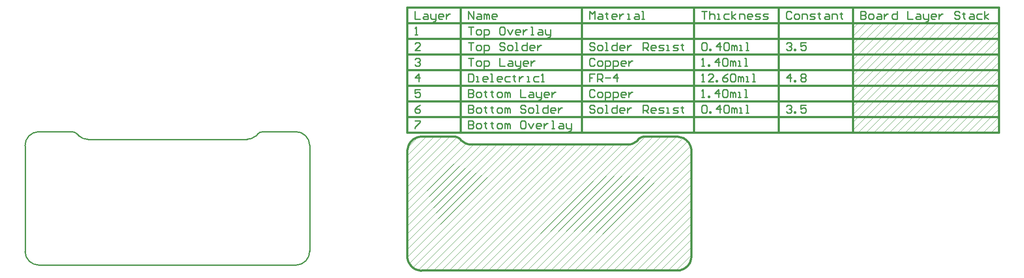
<source format=gko>
G04 Layer_Color=16711935*
%FSAX25Y25*%
%MOIN*%
G70*
G01*
G75*
%ADD35C,0.01000*%
%ADD53C,0.01500*%
%ADD54C,0.00100*%
D35*
X0203800Y0335000D02*
G03*
X0193400Y0324100I0000250J-0010650D01*
G01*
Y0243000D02*
G03*
X0204300Y0232600I0010650J0000250D01*
G01*
X0411800Y0324600D02*
G03*
X0400900Y0335000I-0010650J-0000250D01*
G01*
X0401400Y0232600D02*
G03*
X0411800Y0243500I-0000250J0010650D01*
G01*
X0234957Y0331653D02*
G03*
X0241504Y0329152I0006443J0007047D01*
G01*
X0233666Y0332970D02*
G03*
X0229123Y0335000I-0004543J-0004068D01*
G01*
X0376104D02*
G03*
X0371561Y0332970I0000000J-0006098D01*
G01*
X0363723Y0329152D02*
G03*
X0370270Y0331653I0000104J0009548D01*
G01*
X0193400Y0242800D02*
Y0324200D01*
X0204100Y0232600D02*
X0401500D01*
X0411800Y0243200D02*
Y0324700D01*
X0376000Y0335000D02*
X0400900D01*
X0203900D02*
X0229123D01*
X0233800Y0332800D02*
X0234900Y0331700D01*
X0233666Y0332970D02*
X0233805Y0332815D01*
X0371422D02*
X0371561Y0332970D01*
X0370327Y0331700D02*
X0371427Y0332800D01*
X0241400Y0329100D02*
X0363700D01*
X0492606Y0427239D02*
Y0421241D01*
X0496605D01*
X0499604Y0425239D02*
X0501603D01*
X0502603Y0424240D01*
Y0421241D01*
X0499604D01*
X0498604Y0422240D01*
X0499604Y0423240D01*
X0502603D01*
X0504602Y0425239D02*
Y0422240D01*
X0505602Y0421241D01*
X0508601D01*
Y0420241D01*
X0507601Y0419241D01*
X0506602D01*
X0508601Y0421241D02*
Y0425239D01*
X0513599Y0421241D02*
X0511600D01*
X0510600Y0422240D01*
Y0424240D01*
X0511600Y0425239D01*
X0513599D01*
X0514599Y0424240D01*
Y0423240D01*
X0510600D01*
X0516599Y0425239D02*
Y0421241D01*
Y0423240D01*
X0517598Y0424240D01*
X0518598Y0425239D01*
X0519597D01*
X0492606Y0343239D02*
X0496605D01*
Y0342239D01*
X0492606Y0338240D01*
Y0337241D01*
X0496605Y0355239D02*
X0494606Y0354239D01*
X0492606Y0352240D01*
Y0350240D01*
X0493606Y0349241D01*
X0495605D01*
X0496605Y0350240D01*
Y0351240D01*
X0495605Y0352240D01*
X0492606D01*
X0496605Y0367239D02*
X0492606D01*
Y0364240D01*
X0494606Y0365239D01*
X0495605D01*
X0496605Y0364240D01*
Y0362240D01*
X0495605Y0361241D01*
X0493606D01*
X0492606Y0362240D01*
X0495605Y0373241D02*
Y0379239D01*
X0492606Y0376240D01*
X0496605D01*
X0492606Y0390239D02*
X0493606Y0391239D01*
X0495605D01*
X0496605Y0390239D01*
Y0389239D01*
X0495605Y0388240D01*
X0494606D01*
X0495605D01*
X0496605Y0387240D01*
Y0386240D01*
X0495605Y0385241D01*
X0493606D01*
X0492606Y0386240D01*
X0496605Y0397241D02*
X0492606D01*
X0496605Y0401239D01*
Y0402239D01*
X0495605Y0403239D01*
X0493606D01*
X0492606Y0402239D01*
Y0409241D02*
X0494606D01*
X0493606D01*
Y0415239D01*
X0492606Y0414239D01*
X0533598Y0421241D02*
Y0427239D01*
X0537596Y0421241D01*
Y0427239D01*
X0540595Y0425239D02*
X0542595D01*
X0543594Y0424240D01*
Y0421241D01*
X0540595D01*
X0539596Y0422240D01*
X0540595Y0423240D01*
X0543594D01*
X0545594Y0421241D02*
Y0425239D01*
X0546593D01*
X0547593Y0424240D01*
Y0421241D01*
Y0424240D01*
X0548593Y0425239D01*
X0549592Y0424240D01*
Y0421241D01*
X0554591D02*
X0552591D01*
X0551592Y0422240D01*
Y0424240D01*
X0552591Y0425239D01*
X0554591D01*
X0555590Y0424240D01*
Y0423240D01*
X0551592D01*
X0533598Y0343239D02*
Y0337241D01*
X0536597D01*
X0537596Y0338240D01*
Y0339240D01*
X0536597Y0340240D01*
X0533598D01*
X0536597D01*
X0537596Y0341239D01*
Y0342239D01*
X0536597Y0343239D01*
X0533598D01*
X0540595Y0337241D02*
X0542595D01*
X0543594Y0338240D01*
Y0340240D01*
X0542595Y0341239D01*
X0540595D01*
X0539596Y0340240D01*
Y0338240D01*
X0540595Y0337241D01*
X0546593Y0342239D02*
Y0341239D01*
X0545594D01*
X0547593D01*
X0546593D01*
Y0338240D01*
X0547593Y0337241D01*
X0551592Y0342239D02*
Y0341239D01*
X0550592D01*
X0552591D01*
X0551592D01*
Y0338240D01*
X0552591Y0337241D01*
X0556590D02*
X0558589D01*
X0559589Y0338240D01*
Y0340240D01*
X0558589Y0341239D01*
X0556590D01*
X0555590Y0340240D01*
Y0338240D01*
X0556590Y0337241D01*
X0561588D02*
Y0341239D01*
X0562588D01*
X0563588Y0340240D01*
Y0337241D01*
Y0340240D01*
X0564587Y0341239D01*
X0565587Y0340240D01*
Y0337241D01*
X0576584Y0343239D02*
X0574584D01*
X0573585Y0342239D01*
Y0338240D01*
X0574584Y0337241D01*
X0576584D01*
X0577583Y0338240D01*
Y0342239D01*
X0576584Y0343239D01*
X0579583Y0341239D02*
X0581582Y0337241D01*
X0583581Y0341239D01*
X0588580Y0337241D02*
X0586580D01*
X0585581Y0338240D01*
Y0340240D01*
X0586580Y0341239D01*
X0588580D01*
X0589579Y0340240D01*
Y0339240D01*
X0585581D01*
X0591579Y0341239D02*
Y0337241D01*
Y0339240D01*
X0592578Y0340240D01*
X0593578Y0341239D01*
X0594578D01*
X0597577Y0337241D02*
X0599576D01*
X0598576D01*
Y0343239D01*
X0597577D01*
X0603575Y0341239D02*
X0605574D01*
X0606574Y0340240D01*
Y0337241D01*
X0603575D01*
X0602575Y0338240D01*
X0603575Y0339240D01*
X0606574D01*
X0608573Y0341239D02*
Y0338240D01*
X0609573Y0337241D01*
X0612572D01*
Y0336241D01*
X0611572Y0335241D01*
X0610573D01*
X0612572Y0337241D02*
Y0341239D01*
X0533598Y0355239D02*
Y0349241D01*
X0536597D01*
X0537596Y0350240D01*
Y0351240D01*
X0536597Y0352240D01*
X0533598D01*
X0536597D01*
X0537596Y0353239D01*
Y0354239D01*
X0536597Y0355239D01*
X0533598D01*
X0540595Y0349241D02*
X0542595D01*
X0543594Y0350240D01*
Y0352240D01*
X0542595Y0353239D01*
X0540595D01*
X0539596Y0352240D01*
Y0350240D01*
X0540595Y0349241D01*
X0546593Y0354239D02*
Y0353239D01*
X0545594D01*
X0547593D01*
X0546593D01*
Y0350240D01*
X0547593Y0349241D01*
X0551592Y0354239D02*
Y0353239D01*
X0550592D01*
X0552591D01*
X0551592D01*
Y0350240D01*
X0552591Y0349241D01*
X0556590D02*
X0558589D01*
X0559589Y0350240D01*
Y0352240D01*
X0558589Y0353239D01*
X0556590D01*
X0555590Y0352240D01*
Y0350240D01*
X0556590Y0349241D01*
X0561588D02*
Y0353239D01*
X0562588D01*
X0563588Y0352240D01*
Y0349241D01*
Y0352240D01*
X0564587Y0353239D01*
X0565587Y0352240D01*
Y0349241D01*
X0577583Y0354239D02*
X0576584Y0355239D01*
X0574584D01*
X0573585Y0354239D01*
Y0353239D01*
X0574584Y0352240D01*
X0576584D01*
X0577583Y0351240D01*
Y0350240D01*
X0576584Y0349241D01*
X0574584D01*
X0573585Y0350240D01*
X0580582Y0349241D02*
X0582582D01*
X0583581Y0350240D01*
Y0352240D01*
X0582582Y0353239D01*
X0580582D01*
X0579583Y0352240D01*
Y0350240D01*
X0580582Y0349241D01*
X0585581D02*
X0587580D01*
X0586580D01*
Y0355239D01*
X0585581D01*
X0594578D02*
Y0349241D01*
X0591579D01*
X0590579Y0350240D01*
Y0352240D01*
X0591579Y0353239D01*
X0594578D01*
X0599576Y0349241D02*
X0597577D01*
X0596577Y0350240D01*
Y0352240D01*
X0597577Y0353239D01*
X0599576D01*
X0600576Y0352240D01*
Y0351240D01*
X0596577D01*
X0602575Y0353239D02*
Y0349241D01*
Y0351240D01*
X0603575Y0352240D01*
X0604575Y0353239D01*
X0605574D01*
X0533598Y0367239D02*
Y0361241D01*
X0536597D01*
X0537596Y0362240D01*
Y0363240D01*
X0536597Y0364240D01*
X0533598D01*
X0536597D01*
X0537596Y0365239D01*
Y0366239D01*
X0536597Y0367239D01*
X0533598D01*
X0540595Y0361241D02*
X0542595D01*
X0543594Y0362240D01*
Y0364240D01*
X0542595Y0365239D01*
X0540595D01*
X0539596Y0364240D01*
Y0362240D01*
X0540595Y0361241D01*
X0546593Y0366239D02*
Y0365239D01*
X0545594D01*
X0547593D01*
X0546593D01*
Y0362240D01*
X0547593Y0361241D01*
X0551592Y0366239D02*
Y0365239D01*
X0550592D01*
X0552591D01*
X0551592D01*
Y0362240D01*
X0552591Y0361241D01*
X0556590D02*
X0558589D01*
X0559589Y0362240D01*
Y0364240D01*
X0558589Y0365239D01*
X0556590D01*
X0555590Y0364240D01*
Y0362240D01*
X0556590Y0361241D01*
X0561588D02*
Y0365239D01*
X0562588D01*
X0563588Y0364240D01*
Y0361241D01*
Y0364240D01*
X0564587Y0365239D01*
X0565587Y0364240D01*
Y0361241D01*
X0573585Y0367239D02*
Y0361241D01*
X0577583D01*
X0580582Y0365239D02*
X0582582D01*
X0583581Y0364240D01*
Y0361241D01*
X0580582D01*
X0579583Y0362240D01*
X0580582Y0363240D01*
X0583581D01*
X0585581Y0365239D02*
Y0362240D01*
X0586580Y0361241D01*
X0589579D01*
Y0360241D01*
X0588580Y0359241D01*
X0587580D01*
X0589579Y0361241D02*
Y0365239D01*
X0594578Y0361241D02*
X0592578D01*
X0591579Y0362240D01*
Y0364240D01*
X0592578Y0365239D01*
X0594578D01*
X0595577Y0364240D01*
Y0363240D01*
X0591579D01*
X0597577Y0365239D02*
Y0361241D01*
Y0363240D01*
X0598576Y0364240D01*
X0599576Y0365239D01*
X0600576D01*
X0533598Y0379239D02*
Y0373241D01*
X0536597D01*
X0537596Y0374240D01*
Y0378239D01*
X0536597Y0379239D01*
X0533598D01*
X0539596Y0373241D02*
X0541595D01*
X0540595D01*
Y0377239D01*
X0539596D01*
X0547593Y0373241D02*
X0545594D01*
X0544594Y0374240D01*
Y0376240D01*
X0545594Y0377239D01*
X0547593D01*
X0548593Y0376240D01*
Y0375240D01*
X0544594D01*
X0550592Y0373241D02*
X0552591D01*
X0551592D01*
Y0379239D01*
X0550592D01*
X0558589Y0373241D02*
X0556590D01*
X0555590Y0374240D01*
Y0376240D01*
X0556590Y0377239D01*
X0558589D01*
X0559589Y0376240D01*
Y0375240D01*
X0555590D01*
X0565587Y0377239D02*
X0562588D01*
X0561588Y0376240D01*
Y0374240D01*
X0562588Y0373241D01*
X0565587D01*
X0568586Y0378239D02*
Y0377239D01*
X0567587D01*
X0569586D01*
X0568586D01*
Y0374240D01*
X0569586Y0373241D01*
X0572585Y0377239D02*
Y0373241D01*
Y0375240D01*
X0573585Y0376240D01*
X0574584Y0377239D01*
X0575584D01*
X0578583Y0373241D02*
X0580582D01*
X0579583D01*
Y0377239D01*
X0578583D01*
X0587580D02*
X0584581D01*
X0583581Y0376240D01*
Y0374240D01*
X0584581Y0373241D01*
X0587580D01*
X0589579D02*
X0591579D01*
X0590579D01*
Y0379239D01*
X0589579Y0378239D01*
X0533598Y0391239D02*
X0537596D01*
X0535597D01*
Y0385241D01*
X0540595D02*
X0542595D01*
X0543594Y0386240D01*
Y0388240D01*
X0542595Y0389239D01*
X0540595D01*
X0539596Y0388240D01*
Y0386240D01*
X0540595Y0385241D01*
X0545594Y0383241D02*
Y0389239D01*
X0548593D01*
X0549592Y0388240D01*
Y0386240D01*
X0548593Y0385241D01*
X0545594D01*
X0557590Y0391239D02*
Y0385241D01*
X0561588D01*
X0564587Y0389239D02*
X0566587D01*
X0567587Y0388240D01*
Y0385241D01*
X0564587D01*
X0563588Y0386240D01*
X0564587Y0387240D01*
X0567587D01*
X0569586Y0389239D02*
Y0386240D01*
X0570586Y0385241D01*
X0573585D01*
Y0384241D01*
X0572585Y0383241D01*
X0571585D01*
X0573585Y0385241D02*
Y0389239D01*
X0578583Y0385241D02*
X0576584D01*
X0575584Y0386240D01*
Y0388240D01*
X0576584Y0389239D01*
X0578583D01*
X0579583Y0388240D01*
Y0387240D01*
X0575584D01*
X0581582Y0389239D02*
Y0385241D01*
Y0387240D01*
X0582582Y0388240D01*
X0583581Y0389239D01*
X0584581D01*
X0533598Y0403239D02*
X0537596D01*
X0535597D01*
Y0397241D01*
X0540595D02*
X0542595D01*
X0543594Y0398240D01*
Y0400240D01*
X0542595Y0401239D01*
X0540595D01*
X0539596Y0400240D01*
Y0398240D01*
X0540595Y0397241D01*
X0545594Y0395241D02*
Y0401239D01*
X0548593D01*
X0549592Y0400240D01*
Y0398240D01*
X0548593Y0397241D01*
X0545594D01*
X0561588Y0402239D02*
X0560589Y0403239D01*
X0558590D01*
X0557590Y0402239D01*
Y0401239D01*
X0558590Y0400240D01*
X0560589D01*
X0561588Y0399240D01*
Y0398240D01*
X0560589Y0397241D01*
X0558590D01*
X0557590Y0398240D01*
X0564587Y0397241D02*
X0566587D01*
X0567587Y0398240D01*
Y0400240D01*
X0566587Y0401239D01*
X0564587D01*
X0563588Y0400240D01*
Y0398240D01*
X0564587Y0397241D01*
X0569586D02*
X0571585D01*
X0570586D01*
Y0403239D01*
X0569586D01*
X0578583D02*
Y0397241D01*
X0575584D01*
X0574584Y0398240D01*
Y0400240D01*
X0575584Y0401239D01*
X0578583D01*
X0583581Y0397241D02*
X0581582D01*
X0580582Y0398240D01*
Y0400240D01*
X0581582Y0401239D01*
X0583581D01*
X0584581Y0400240D01*
Y0399240D01*
X0580582D01*
X0586580Y0401239D02*
Y0397241D01*
Y0399240D01*
X0587580Y0400240D01*
X0588580Y0401239D01*
X0589579D01*
X0533598Y0415239D02*
X0537596D01*
X0535597D01*
Y0409241D01*
X0540595D02*
X0542595D01*
X0543594Y0410240D01*
Y0412240D01*
X0542595Y0413239D01*
X0540595D01*
X0539596Y0412240D01*
Y0410240D01*
X0540595Y0409241D01*
X0545594Y0407241D02*
Y0413239D01*
X0548593D01*
X0549592Y0412240D01*
Y0410240D01*
X0548593Y0409241D01*
X0545594D01*
X0560589Y0415239D02*
X0558590D01*
X0557590Y0414239D01*
Y0410240D01*
X0558590Y0409241D01*
X0560589D01*
X0561588Y0410240D01*
Y0414239D01*
X0560589Y0415239D01*
X0563588Y0413239D02*
X0565587Y0409241D01*
X0567587Y0413239D01*
X0572585Y0409241D02*
X0570586D01*
X0569586Y0410240D01*
Y0412240D01*
X0570586Y0413239D01*
X0572585D01*
X0573585Y0412240D01*
Y0411240D01*
X0569586D01*
X0575584Y0413239D02*
Y0409241D01*
Y0411240D01*
X0576584Y0412240D01*
X0577583Y0413239D01*
X0578583D01*
X0581582Y0409241D02*
X0583581D01*
X0582582D01*
Y0415239D01*
X0581582D01*
X0587580Y0413239D02*
X0589579D01*
X0590579Y0412240D01*
Y0409241D01*
X0587580D01*
X0586580Y0410240D01*
X0587580Y0411240D01*
X0590579D01*
X0592578Y0413239D02*
Y0410240D01*
X0593578Y0409241D01*
X0596577D01*
Y0408241D01*
X0595577Y0407241D01*
X0594578D01*
X0596577Y0409241D02*
Y0413239D01*
X0626572Y0421241D02*
Y0427239D01*
X0628571Y0425239D01*
X0630571Y0427239D01*
Y0421241D01*
X0633570Y0425239D02*
X0635569D01*
X0636569Y0424240D01*
Y0421241D01*
X0633570D01*
X0632570Y0422240D01*
X0633570Y0423240D01*
X0636569D01*
X0639568Y0426239D02*
Y0425239D01*
X0638568D01*
X0640567D01*
X0639568D01*
Y0422240D01*
X0640567Y0421241D01*
X0646565D02*
X0644566D01*
X0643567Y0422240D01*
Y0424240D01*
X0644566Y0425239D01*
X0646565D01*
X0647565Y0424240D01*
Y0423240D01*
X0643567D01*
X0649565Y0425239D02*
Y0421241D01*
Y0423240D01*
X0650564Y0424240D01*
X0651564Y0425239D01*
X0652564D01*
X0655563Y0421241D02*
X0657562D01*
X0656562D01*
Y0425239D01*
X0655563D01*
X0661561D02*
X0663560D01*
X0664560Y0424240D01*
Y0421241D01*
X0661561D01*
X0660561Y0422240D01*
X0661561Y0423240D01*
X0664560D01*
X0666559Y0421241D02*
X0668558D01*
X0667559D01*
Y0427239D01*
X0666559D01*
X0630571Y0354239D02*
X0629571Y0355239D01*
X0627572D01*
X0626572Y0354239D01*
Y0353239D01*
X0627572Y0352240D01*
X0629571D01*
X0630571Y0351240D01*
Y0350240D01*
X0629571Y0349241D01*
X0627572D01*
X0626572Y0350240D01*
X0633570Y0349241D02*
X0635569D01*
X0636569Y0350240D01*
Y0352240D01*
X0635569Y0353239D01*
X0633570D01*
X0632570Y0352240D01*
Y0350240D01*
X0633570Y0349241D01*
X0638568D02*
X0640567D01*
X0639568D01*
Y0355239D01*
X0638568D01*
X0647565D02*
Y0349241D01*
X0644566D01*
X0643567Y0350240D01*
Y0352240D01*
X0644566Y0353239D01*
X0647565D01*
X0652564Y0349241D02*
X0650564D01*
X0649565Y0350240D01*
Y0352240D01*
X0650564Y0353239D01*
X0652564D01*
X0653563Y0352240D01*
Y0351240D01*
X0649565D01*
X0655563Y0353239D02*
Y0349241D01*
Y0351240D01*
X0656562Y0352240D01*
X0657562Y0353239D01*
X0658562D01*
X0667559Y0349241D02*
Y0355239D01*
X0670558D01*
X0671557Y0354239D01*
Y0352240D01*
X0670558Y0351240D01*
X0667559D01*
X0669558D02*
X0671557Y0349241D01*
X0676556D02*
X0674556D01*
X0673557Y0350240D01*
Y0352240D01*
X0674556Y0353239D01*
X0676556D01*
X0677556Y0352240D01*
Y0351240D01*
X0673557D01*
X0679555Y0349241D02*
X0682554D01*
X0683554Y0350240D01*
X0682554Y0351240D01*
X0680554D01*
X0679555Y0352240D01*
X0680554Y0353239D01*
X0683554D01*
X0685553Y0349241D02*
X0687552D01*
X0686553D01*
Y0353239D01*
X0685553D01*
X0690551Y0349241D02*
X0693550D01*
X0694550Y0350240D01*
X0693550Y0351240D01*
X0691551D01*
X0690551Y0352240D01*
X0691551Y0353239D01*
X0694550D01*
X0697549Y0354239D02*
Y0353239D01*
X0696549D01*
X0698549D01*
X0697549D01*
Y0350240D01*
X0698549Y0349241D01*
X0630571Y0366239D02*
X0629571Y0367239D01*
X0627572D01*
X0626572Y0366239D01*
Y0362240D01*
X0627572Y0361241D01*
X0629571D01*
X0630571Y0362240D01*
X0633570Y0361241D02*
X0635569D01*
X0636569Y0362240D01*
Y0364240D01*
X0635569Y0365239D01*
X0633570D01*
X0632570Y0364240D01*
Y0362240D01*
X0633570Y0361241D01*
X0638568Y0359241D02*
Y0365239D01*
X0641567D01*
X0642567Y0364240D01*
Y0362240D01*
X0641567Y0361241D01*
X0638568D01*
X0644566Y0359241D02*
Y0365239D01*
X0647565D01*
X0648565Y0364240D01*
Y0362240D01*
X0647565Y0361241D01*
X0644566D01*
X0653563D02*
X0651564D01*
X0650564Y0362240D01*
Y0364240D01*
X0651564Y0365239D01*
X0653563D01*
X0654563Y0364240D01*
Y0363240D01*
X0650564D01*
X0656562Y0365239D02*
Y0361241D01*
Y0363240D01*
X0657562Y0364240D01*
X0658562Y0365239D01*
X0659561D01*
X0630571Y0379239D02*
X0626572D01*
Y0376240D01*
X0628571D01*
X0626572D01*
Y0373241D01*
X0632570D02*
Y0379239D01*
X0635569D01*
X0636569Y0378239D01*
Y0376240D01*
X0635569Y0375240D01*
X0632570D01*
X0634569D02*
X0636569Y0373241D01*
X0638568Y0376240D02*
X0642567D01*
X0647565Y0373241D02*
Y0379239D01*
X0644566Y0376240D01*
X0648565D01*
X0630571Y0390239D02*
X0629571Y0391239D01*
X0627572D01*
X0626572Y0390239D01*
Y0386240D01*
X0627572Y0385241D01*
X0629571D01*
X0630571Y0386240D01*
X0633570Y0385241D02*
X0635569D01*
X0636569Y0386240D01*
Y0388240D01*
X0635569Y0389239D01*
X0633570D01*
X0632570Y0388240D01*
Y0386240D01*
X0633570Y0385241D01*
X0638568Y0383241D02*
Y0389239D01*
X0641567D01*
X0642567Y0388240D01*
Y0386240D01*
X0641567Y0385241D01*
X0638568D01*
X0644566Y0383241D02*
Y0389239D01*
X0647565D01*
X0648565Y0388240D01*
Y0386240D01*
X0647565Y0385241D01*
X0644566D01*
X0653563D02*
X0651564D01*
X0650564Y0386240D01*
Y0388240D01*
X0651564Y0389239D01*
X0653563D01*
X0654563Y0388240D01*
Y0387240D01*
X0650564D01*
X0656562Y0389239D02*
Y0385241D01*
Y0387240D01*
X0657562Y0388240D01*
X0658562Y0389239D01*
X0659561D01*
X0630571Y0402239D02*
X0629571Y0403239D01*
X0627572D01*
X0626572Y0402239D01*
Y0401239D01*
X0627572Y0400240D01*
X0629571D01*
X0630571Y0399240D01*
Y0398240D01*
X0629571Y0397241D01*
X0627572D01*
X0626572Y0398240D01*
X0633570Y0397241D02*
X0635569D01*
X0636569Y0398240D01*
Y0400240D01*
X0635569Y0401239D01*
X0633570D01*
X0632570Y0400240D01*
Y0398240D01*
X0633570Y0397241D01*
X0638568D02*
X0640567D01*
X0639568D01*
Y0403239D01*
X0638568D01*
X0647565D02*
Y0397241D01*
X0644566D01*
X0643567Y0398240D01*
Y0400240D01*
X0644566Y0401239D01*
X0647565D01*
X0652564Y0397241D02*
X0650564D01*
X0649565Y0398240D01*
Y0400240D01*
X0650564Y0401239D01*
X0652564D01*
X0653563Y0400240D01*
Y0399240D01*
X0649565D01*
X0655563Y0401239D02*
Y0397241D01*
Y0399240D01*
X0656562Y0400240D01*
X0657562Y0401239D01*
X0658562D01*
X0667559Y0397241D02*
Y0403239D01*
X0670558D01*
X0671557Y0402239D01*
Y0400240D01*
X0670558Y0399240D01*
X0667559D01*
X0669558D02*
X0671557Y0397241D01*
X0676556D02*
X0674556D01*
X0673557Y0398240D01*
Y0400240D01*
X0674556Y0401239D01*
X0676556D01*
X0677556Y0400240D01*
Y0399240D01*
X0673557D01*
X0679555Y0397241D02*
X0682554D01*
X0683554Y0398240D01*
X0682554Y0399240D01*
X0680554D01*
X0679555Y0400240D01*
X0680554Y0401239D01*
X0683554D01*
X0685553Y0397241D02*
X0687552D01*
X0686553D01*
Y0401239D01*
X0685553D01*
X0690551Y0397241D02*
X0693550D01*
X0694550Y0398240D01*
X0693550Y0399240D01*
X0691551D01*
X0690551Y0400240D01*
X0691551Y0401239D01*
X0694550D01*
X0697549Y0402239D02*
Y0401239D01*
X0696549D01*
X0698549D01*
X0697549D01*
Y0398240D01*
X0698549Y0397241D01*
X0712549Y0427239D02*
X0716547D01*
X0714548D01*
Y0421241D01*
X0718547Y0427239D02*
Y0421241D01*
Y0424240D01*
X0719546Y0425239D01*
X0721546D01*
X0722545Y0424240D01*
Y0421241D01*
X0724545D02*
X0726544D01*
X0725545D01*
Y0425239D01*
X0724545D01*
X0733542D02*
X0730543D01*
X0729543Y0424240D01*
Y0422240D01*
X0730543Y0421241D01*
X0733542D01*
X0735541D02*
Y0427239D01*
Y0423240D02*
X0738540Y0425239D01*
X0735541Y0423240D02*
X0738540Y0421241D01*
X0741539D02*
Y0425239D01*
X0744538D01*
X0745538Y0424240D01*
Y0421241D01*
X0750536D02*
X0748537D01*
X0747537Y0422240D01*
Y0424240D01*
X0748537Y0425239D01*
X0750536D01*
X0751536Y0424240D01*
Y0423240D01*
X0747537D01*
X0753535Y0421241D02*
X0756534D01*
X0757534Y0422240D01*
X0756534Y0423240D01*
X0754535D01*
X0753535Y0424240D01*
X0754535Y0425239D01*
X0757534D01*
X0759534Y0421241D02*
X0762533D01*
X0763532Y0422240D01*
X0762533Y0423240D01*
X0760533D01*
X0759534Y0424240D01*
X0760533Y0425239D01*
X0763532D01*
X0712549Y0354239D02*
X0713548Y0355239D01*
X0715548D01*
X0716547Y0354239D01*
Y0350240D01*
X0715548Y0349241D01*
X0713548D01*
X0712549Y0350240D01*
Y0354239D01*
X0718547Y0349241D02*
Y0350240D01*
X0719546D01*
Y0349241D01*
X0718547D01*
X0726544D02*
Y0355239D01*
X0723545Y0352240D01*
X0727544D01*
X0729543Y0354239D02*
X0730543Y0355239D01*
X0732542D01*
X0733542Y0354239D01*
Y0350240D01*
X0732542Y0349241D01*
X0730543D01*
X0729543Y0350240D01*
Y0354239D01*
X0735541Y0349241D02*
Y0353239D01*
X0736541D01*
X0737541Y0352240D01*
Y0349241D01*
Y0352240D01*
X0738540Y0353239D01*
X0739540Y0352240D01*
Y0349241D01*
X0741539D02*
X0743539D01*
X0742539D01*
Y0353239D01*
X0741539D01*
X0746538Y0349241D02*
X0748537D01*
X0747537D01*
Y0355239D01*
X0746538D01*
X0712549Y0361241D02*
X0714548D01*
X0713548D01*
Y0367239D01*
X0712549Y0366239D01*
X0717547Y0361241D02*
Y0362240D01*
X0718547D01*
Y0361241D01*
X0717547D01*
X0725545D02*
Y0367239D01*
X0722545Y0364240D01*
X0726544D01*
X0728544Y0366239D02*
X0729543Y0367239D01*
X0731542D01*
X0732542Y0366239D01*
Y0362240D01*
X0731542Y0361241D01*
X0729543D01*
X0728544Y0362240D01*
Y0366239D01*
X0734542Y0361241D02*
Y0365239D01*
X0735541D01*
X0736541Y0364240D01*
Y0361241D01*
Y0364240D01*
X0737541Y0365239D01*
X0738540Y0364240D01*
Y0361241D01*
X0740540D02*
X0742539D01*
X0741539D01*
Y0365239D01*
X0740540D01*
X0745538Y0361241D02*
X0747537D01*
X0746538D01*
Y0367239D01*
X0745538D01*
X0712549Y0373241D02*
X0714548D01*
X0713548D01*
Y0379239D01*
X0712549Y0378239D01*
X0721546Y0373241D02*
X0717547D01*
X0721546Y0377239D01*
Y0378239D01*
X0720546Y0379239D01*
X0718547D01*
X0717547Y0378239D01*
X0723545Y0373241D02*
Y0374240D01*
X0724545D01*
Y0373241D01*
X0723545D01*
X0732542Y0379239D02*
X0730543Y0378239D01*
X0728544Y0376240D01*
Y0374240D01*
X0729543Y0373241D01*
X0731542D01*
X0732542Y0374240D01*
Y0375240D01*
X0731542Y0376240D01*
X0728544D01*
X0734542Y0378239D02*
X0735541Y0379239D01*
X0737541D01*
X0738540Y0378239D01*
Y0374240D01*
X0737541Y0373241D01*
X0735541D01*
X0734542Y0374240D01*
Y0378239D01*
X0740540Y0373241D02*
Y0377239D01*
X0741539D01*
X0742539Y0376240D01*
Y0373241D01*
Y0376240D01*
X0743539Y0377239D01*
X0744538Y0376240D01*
Y0373241D01*
X0746538D02*
X0748537D01*
X0747537D01*
Y0377239D01*
X0746538D01*
X0751536Y0373241D02*
X0753535D01*
X0752536D01*
Y0379239D01*
X0751536D01*
X0712549Y0385241D02*
X0714548D01*
X0713548D01*
Y0391239D01*
X0712549Y0390239D01*
X0717547Y0385241D02*
Y0386240D01*
X0718547D01*
Y0385241D01*
X0717547D01*
X0725545D02*
Y0391239D01*
X0722545Y0388240D01*
X0726544D01*
X0728544Y0390239D02*
X0729543Y0391239D01*
X0731542D01*
X0732542Y0390239D01*
Y0386240D01*
X0731542Y0385241D01*
X0729543D01*
X0728544Y0386240D01*
Y0390239D01*
X0734542Y0385241D02*
Y0389239D01*
X0735541D01*
X0736541Y0388240D01*
Y0385241D01*
Y0388240D01*
X0737541Y0389239D01*
X0738540Y0388240D01*
Y0385241D01*
X0740540D02*
X0742539D01*
X0741539D01*
Y0389239D01*
X0740540D01*
X0745538Y0385241D02*
X0747537D01*
X0746538D01*
Y0391239D01*
X0745538D01*
X0712549Y0402239D02*
X0713548Y0403239D01*
X0715548D01*
X0716547Y0402239D01*
Y0398240D01*
X0715548Y0397241D01*
X0713548D01*
X0712549Y0398240D01*
Y0402239D01*
X0718547Y0397241D02*
Y0398240D01*
X0719546D01*
Y0397241D01*
X0718547D01*
X0726544D02*
Y0403239D01*
X0723545Y0400240D01*
X0727544D01*
X0729543Y0402239D02*
X0730543Y0403239D01*
X0732542D01*
X0733542Y0402239D01*
Y0398240D01*
X0732542Y0397241D01*
X0730543D01*
X0729543Y0398240D01*
Y0402239D01*
X0735541Y0397241D02*
Y0401239D01*
X0736541D01*
X0737541Y0400240D01*
Y0397241D01*
Y0400240D01*
X0738540Y0401239D01*
X0739540Y0400240D01*
Y0397241D01*
X0741539D02*
X0743539D01*
X0742539D01*
Y0401239D01*
X0741539D01*
X0746538Y0397241D02*
X0748537D01*
X0747537D01*
Y0403239D01*
X0746538D01*
X0781531Y0426239D02*
X0780531Y0427239D01*
X0778532D01*
X0777532Y0426239D01*
Y0422240D01*
X0778532Y0421241D01*
X0780531D01*
X0781531Y0422240D01*
X0784530Y0421241D02*
X0786529D01*
X0787529Y0422240D01*
Y0424240D01*
X0786529Y0425239D01*
X0784530D01*
X0783530Y0424240D01*
Y0422240D01*
X0784530Y0421241D01*
X0789528D02*
Y0425239D01*
X0792527D01*
X0793527Y0424240D01*
Y0421241D01*
X0795526D02*
X0798525D01*
X0799525Y0422240D01*
X0798525Y0423240D01*
X0796526D01*
X0795526Y0424240D01*
X0796526Y0425239D01*
X0799525D01*
X0802524Y0426239D02*
Y0425239D01*
X0801524D01*
X0803524D01*
X0802524D01*
Y0422240D01*
X0803524Y0421241D01*
X0807522Y0425239D02*
X0809522D01*
X0810522Y0424240D01*
Y0421241D01*
X0807522D01*
X0806523Y0422240D01*
X0807522Y0423240D01*
X0810522D01*
X0812521Y0421241D02*
Y0425239D01*
X0815520D01*
X0816520Y0424240D01*
Y0421241D01*
X0819519Y0426239D02*
Y0425239D01*
X0818519D01*
X0820518D01*
X0819519D01*
Y0422240D01*
X0820518Y0421241D01*
X0777532Y0354239D02*
X0778532Y0355239D01*
X0780531D01*
X0781531Y0354239D01*
Y0353239D01*
X0780531Y0352240D01*
X0779531D01*
X0780531D01*
X0781531Y0351240D01*
Y0350240D01*
X0780531Y0349241D01*
X0778532D01*
X0777532Y0350240D01*
X0783530Y0349241D02*
Y0350240D01*
X0784530D01*
Y0349241D01*
X0783530D01*
X0792527Y0355239D02*
X0788529D01*
Y0352240D01*
X0790528Y0353239D01*
X0791528D01*
X0792527Y0352240D01*
Y0350240D01*
X0791528Y0349241D01*
X0789528D01*
X0788529Y0350240D01*
X0780531Y0373241D02*
Y0379239D01*
X0777532Y0376240D01*
X0781531D01*
X0783530Y0373241D02*
Y0374240D01*
X0784530D01*
Y0373241D01*
X0783530D01*
X0788529Y0378239D02*
X0789528Y0379239D01*
X0791528D01*
X0792527Y0378239D01*
Y0377239D01*
X0791528Y0376240D01*
X0792527Y0375240D01*
Y0374240D01*
X0791528Y0373241D01*
X0789528D01*
X0788529Y0374240D01*
Y0375240D01*
X0789528Y0376240D01*
X0788529Y0377239D01*
Y0378239D01*
X0789528Y0376240D02*
X0791528D01*
X0777532Y0402239D02*
X0778532Y0403239D01*
X0780531D01*
X0781531Y0402239D01*
Y0401239D01*
X0780531Y0400240D01*
X0779531D01*
X0780531D01*
X0781531Y0399240D01*
Y0398240D01*
X0780531Y0397241D01*
X0778532D01*
X0777532Y0398240D01*
X0783530Y0397241D02*
Y0398240D01*
X0784530D01*
Y0397241D01*
X0783530D01*
X0792527Y0403239D02*
X0788529D01*
Y0400240D01*
X0790528Y0401239D01*
X0791528D01*
X0792527Y0400240D01*
Y0398240D01*
X0791528Y0397241D01*
X0789528D01*
X0788529Y0398240D01*
X0834518Y0427239D02*
Y0421241D01*
X0837517D01*
X0838517Y0422240D01*
Y0423240D01*
X0837517Y0424240D01*
X0834518D01*
X0837517D01*
X0838517Y0425239D01*
Y0426239D01*
X0837517Y0427239D01*
X0834518D01*
X0841516Y0421241D02*
X0843515D01*
X0844515Y0422240D01*
Y0424240D01*
X0843515Y0425239D01*
X0841516D01*
X0840516Y0424240D01*
Y0422240D01*
X0841516Y0421241D01*
X0847514Y0425239D02*
X0849513D01*
X0850513Y0424240D01*
Y0421241D01*
X0847514D01*
X0846514Y0422240D01*
X0847514Y0423240D01*
X0850513D01*
X0852512Y0425239D02*
Y0421241D01*
Y0423240D01*
X0853512Y0424240D01*
X0854512Y0425239D01*
X0855511D01*
X0862509Y0427239D02*
Y0421241D01*
X0859510D01*
X0858510Y0422240D01*
Y0424240D01*
X0859510Y0425239D01*
X0862509D01*
X0870507Y0427239D02*
Y0421241D01*
X0874505D01*
X0877504Y0425239D02*
X0879504D01*
X0880503Y0424240D01*
Y0421241D01*
X0877504D01*
X0876505Y0422240D01*
X0877504Y0423240D01*
X0880503D01*
X0882503Y0425239D02*
Y0422240D01*
X0883502Y0421241D01*
X0886502D01*
Y0420241D01*
X0885502Y0419241D01*
X0884502D01*
X0886502Y0421241D02*
Y0425239D01*
X0891500Y0421241D02*
X0889501D01*
X0888501Y0422240D01*
Y0424240D01*
X0889501Y0425239D01*
X0891500D01*
X0892500Y0424240D01*
Y0423240D01*
X0888501D01*
X0894499Y0425239D02*
Y0421241D01*
Y0423240D01*
X0895499Y0424240D01*
X0896498Y0425239D01*
X0897498D01*
X0910494Y0426239D02*
X0909494Y0427239D01*
X0907495D01*
X0906495Y0426239D01*
Y0425239D01*
X0907495Y0424240D01*
X0909494D01*
X0910494Y0423240D01*
Y0422240D01*
X0909494Y0421241D01*
X0907495D01*
X0906495Y0422240D01*
X0913493Y0426239D02*
Y0425239D01*
X0912493D01*
X0914492D01*
X0913493D01*
Y0422240D01*
X0914492Y0421241D01*
X0918491Y0425239D02*
X0920490D01*
X0921490Y0424240D01*
Y0421241D01*
X0918491D01*
X0917492Y0422240D01*
X0918491Y0423240D01*
X0921490D01*
X0927488Y0425239D02*
X0924489D01*
X0923489Y0424240D01*
Y0422240D01*
X0924489Y0421241D01*
X0927488D01*
X0929488D02*
Y0427239D01*
Y0423240D02*
X0932487Y0425239D01*
X0929488Y0423240D02*
X0932487Y0421241D01*
D53*
X0486606Y0418241D02*
X0940487D01*
X0486606Y0430241D02*
X0940487D01*
X0486606Y0334241D02*
Y0430241D01*
Y0334241D02*
X0527598D01*
X0486606Y0346241D02*
X0527598D01*
X0486606Y0358241D02*
X0527598D01*
X0486606Y0370241D02*
X0527598D01*
X0486606Y0382241D02*
X0527598D01*
X0486606Y0394241D02*
X0527598D01*
X0486606Y0406241D02*
X0527598D01*
Y0334241D02*
Y0430241D01*
Y0334241D02*
X0620572D01*
X0527598Y0346241D02*
X0620572D01*
X0527598Y0358241D02*
X0620572D01*
X0527598Y0370241D02*
X0620572D01*
X0527598Y0382241D02*
X0620572D01*
X0527598Y0394241D02*
X0620572D01*
X0527598Y0406241D02*
X0620572D01*
Y0334241D02*
Y0430241D01*
Y0334241D02*
X0706549D01*
X0620572Y0346241D02*
X0706549D01*
X0620572Y0358241D02*
X0706549D01*
X0620572Y0370241D02*
X0706549D01*
X0620572Y0382241D02*
X0706549D01*
X0620572Y0394241D02*
X0706549D01*
X0620572Y0406241D02*
X0706549D01*
Y0334241D02*
Y0430241D01*
Y0334241D02*
X0771532D01*
X0706549Y0346241D02*
X0771532D01*
X0706549Y0358241D02*
X0771532D01*
X0706549Y0370241D02*
X0771532D01*
X0706549Y0382241D02*
X0771532D01*
X0706549Y0394241D02*
X0771532D01*
X0706549Y0406241D02*
X0771532D01*
Y0334241D02*
Y0430241D01*
Y0334241D02*
X0828518D01*
X0771532Y0346241D02*
X0828518D01*
X0771532Y0358241D02*
X0828518D01*
X0771532Y0370241D02*
X0828518D01*
X0771532Y0382241D02*
X0828518D01*
X0771532Y0394241D02*
X0828518D01*
X0771532Y0406241D02*
X0828518D01*
Y0334241D02*
Y0430241D01*
Y0334241D02*
X0940487D01*
X0828518Y0346241D02*
X0940487D01*
X0828518Y0358241D02*
X0940487D01*
X0828518Y0370241D02*
X0940487D01*
X0828518Y0382241D02*
X0940487D01*
X0828518Y0394241D02*
X0940487D01*
X0828518Y0406241D02*
X0940487D01*
Y0334241D02*
Y0430241D01*
X0486609Y0239388D02*
Y0319911D01*
X0486592Y0320637D02*
X0486609Y0319911D01*
X0486592Y0320637D02*
X0486749Y0322079D01*
X0487092Y0323490D01*
X0487616Y0324843D01*
X0488313Y0326116D01*
X0489170Y0327288D01*
X0490172Y0328338D01*
X0491302Y0329248D01*
X0492542Y0330003D01*
X0493870Y0330589D01*
X0495262Y0330997D01*
X0496697Y0331221D01*
X0497422Y0331238D01*
X0497476Y0331236D01*
X0497533Y0331238D01*
X0522584Y0331238D01*
X0523275Y0331237D01*
X0524625Y0330948D01*
X0525885Y0330384D01*
X0527000Y0329571D01*
X0527461Y0329056D01*
X0527606Y0328894D01*
X0527653Y0328829D01*
X0528707Y0327784D01*
X0529356Y0327245D01*
X0530790Y0326360D01*
X0532365Y0325758D01*
X0534024Y0325462D01*
X0534896Y0325431D01*
X0534954Y0325425D01*
X0535012Y0325412D01*
X0535093Y0325379D01*
X0656035Y0325392D01*
X0656090Y0325412D01*
X0656148Y0325425D01*
X0656236Y0325431D01*
X0657079Y0325462D01*
X0658738Y0325758D01*
X0660312Y0326360D01*
X0661746Y0327245D01*
X0662443Y0327823D01*
X0663455Y0328839D01*
X0663504Y0328902D01*
X0663641Y0329056D01*
X0664090Y0329558D01*
X0665173Y0330357D01*
X0666396Y0330919D01*
X0667708Y0331222D01*
X0668420Y0331238D01*
X0693139D01*
X0693858Y0331254D01*
X0695288Y0331101D01*
X0696686Y0330764D01*
X0698029Y0330249D01*
X0699294Y0329565D01*
X0700460Y0328723D01*
X0701508Y0327738D01*
X0702419Y0326625D01*
X0703178Y0325403D01*
X0703773Y0324094D01*
X0704194Y0322719D01*
X0704434Y0321301D01*
X0704462Y0320574D01*
X0704466Y0320512D01*
X0704467Y0239859D01*
X0704468Y0239795D01*
X0704468Y0239732D01*
X0704469Y0239636D01*
Y0238928D02*
Y0239636D01*
X0704288Y0237523D02*
X0704469Y0238928D01*
X0703930Y0236152D02*
X0704288Y0237523D01*
X0703400Y0234837D02*
X0703930Y0236152D01*
X0702707Y0233601D02*
X0703400Y0234837D01*
X0701862Y0232464D02*
X0702707Y0233601D01*
X0700880Y0231443D02*
X0701862Y0232464D01*
X0699775Y0230556D02*
X0700880Y0231443D01*
X0698566Y0229817D02*
X0699775Y0230556D01*
X0697273Y0229238D02*
X0698566Y0229817D01*
X0695916Y0228829D02*
X0697273Y0229238D01*
X0694519Y0228595D02*
X0695916Y0228829D01*
X0693802Y0228567D02*
X0694519Y0228595D01*
X0693741Y0228563D02*
X0693802Y0228567D01*
X0497936Y0228563D02*
X0693741D01*
X0497223Y0228547D02*
X0497936Y0228563D01*
X0495803Y0228698D02*
X0497223Y0228547D01*
X0494415Y0229029D02*
X0495803Y0228698D01*
X0493081Y0229536D02*
X0494415Y0229029D01*
X0491823Y0230210D02*
X0493081Y0229536D01*
X0490662Y0231040D02*
X0491823Y0230210D01*
X0489617Y0232012D02*
X0490662Y0231040D01*
X0488705Y0233109D02*
X0489617Y0232012D01*
X0487942Y0234315D02*
X0488705Y0233109D01*
X0487340Y0235609D02*
X0487942Y0234315D01*
X0486908Y0236969D02*
X0487340Y0235609D01*
X0486655Y0238374D02*
X0486908Y0236969D01*
X0486613Y0239125D02*
X0486655Y0238374D01*
X0486609Y0239190D02*
X0486613Y0239125D01*
X0486609Y0239190D02*
Y0239388D01*
D54*
X0934487Y0334241D02*
X0940487Y0340241D01*
X0928487Y0334241D02*
X0940487Y0346241D01*
X0922487Y0334241D02*
X0934487Y0346241D01*
X0916487Y0334241D02*
X0928487Y0346241D01*
X0910487Y0334241D02*
X0922487Y0346241D01*
X0904487Y0334241D02*
X0916487Y0346241D01*
X0898487Y0334241D02*
X0910487Y0346241D01*
X0892487Y0334241D02*
X0904487Y0346241D01*
X0886487Y0334241D02*
X0898487Y0346241D01*
X0880487Y0334241D02*
X0892487Y0346241D01*
X0874487Y0334241D02*
X0886487Y0346241D01*
X0868487Y0334241D02*
X0880487Y0346241D01*
X0862487Y0334241D02*
X0874487Y0346241D01*
X0856487Y0334241D02*
X0868487Y0346241D01*
X0850487Y0334241D02*
X0862487Y0346241D01*
X0844487Y0334241D02*
X0856487Y0346241D01*
X0838487Y0334241D02*
X0850487Y0346241D01*
X0832487Y0334241D02*
X0844487Y0346241D01*
X0828518Y0336272D02*
X0838487Y0346241D01*
X0828518Y0342272D02*
X0832487Y0346241D01*
X0934487D02*
X0940487Y0352241D01*
X0928487Y0346241D02*
X0940487Y0358241D01*
X0922487Y0346241D02*
X0934487Y0358241D01*
X0916487Y0346241D02*
X0928487Y0358241D01*
X0910487Y0346241D02*
X0922487Y0358241D01*
X0904487Y0346241D02*
X0916487Y0358241D01*
X0898487Y0346241D02*
X0910487Y0358241D01*
X0892487Y0346241D02*
X0904487Y0358241D01*
X0886487Y0346241D02*
X0898487Y0358241D01*
X0880487Y0346241D02*
X0892487Y0358241D01*
X0874487Y0346241D02*
X0886487Y0358241D01*
X0868487Y0346241D02*
X0880487Y0358241D01*
X0862487Y0346241D02*
X0874487Y0358241D01*
X0856487Y0346241D02*
X0868487Y0358241D01*
X0850487Y0346241D02*
X0862487Y0358241D01*
X0844487Y0346241D02*
X0856487Y0358241D01*
X0838487Y0346241D02*
X0850487Y0358241D01*
X0832487Y0346241D02*
X0844487Y0358241D01*
X0828518Y0348272D02*
X0838487Y0358241D01*
X0828518Y0354272D02*
X0832487Y0358241D01*
X0934487D02*
X0940487Y0364241D01*
X0928487Y0358241D02*
X0940487Y0370241D01*
X0922487Y0358241D02*
X0934487Y0370241D01*
X0916487Y0358241D02*
X0928487Y0370241D01*
X0910487Y0358241D02*
X0922487Y0370241D01*
X0904487Y0358241D02*
X0916487Y0370241D01*
X0898487Y0358241D02*
X0910487Y0370241D01*
X0892487Y0358241D02*
X0904487Y0370241D01*
X0886487Y0358241D02*
X0898487Y0370241D01*
X0880487Y0358241D02*
X0892487Y0370241D01*
X0874487Y0358241D02*
X0886487Y0370241D01*
X0868487Y0358241D02*
X0880487Y0370241D01*
X0862487Y0358241D02*
X0874487Y0370241D01*
X0856487Y0358241D02*
X0868487Y0370241D01*
X0850487Y0358241D02*
X0862487Y0370241D01*
X0844487Y0358241D02*
X0856487Y0370241D01*
X0838487Y0358241D02*
X0850487Y0370241D01*
X0832487Y0358241D02*
X0844487Y0370241D01*
X0828518Y0360272D02*
X0838487Y0370241D01*
X0828518Y0366272D02*
X0832487Y0370241D01*
X0934487D02*
X0940487Y0376241D01*
X0928487Y0370241D02*
X0940487Y0382241D01*
X0922487Y0370241D02*
X0934487Y0382241D01*
X0916487Y0370241D02*
X0928487Y0382241D01*
X0910487Y0370241D02*
X0922487Y0382241D01*
X0904487Y0370241D02*
X0916487Y0382241D01*
X0898487Y0370241D02*
X0910487Y0382241D01*
X0892487Y0370241D02*
X0904487Y0382241D01*
X0886487Y0370241D02*
X0898487Y0382241D01*
X0880487Y0370241D02*
X0892487Y0382241D01*
X0874487Y0370241D02*
X0886487Y0382241D01*
X0868487Y0370241D02*
X0880487Y0382241D01*
X0862487Y0370241D02*
X0874487Y0382241D01*
X0856487Y0370241D02*
X0868487Y0382241D01*
X0850487Y0370241D02*
X0862487Y0382241D01*
X0844487Y0370241D02*
X0856487Y0382241D01*
X0838487Y0370241D02*
X0850487Y0382241D01*
X0832487Y0370241D02*
X0844487Y0382241D01*
X0828518Y0372272D02*
X0838487Y0382241D01*
X0828518Y0378272D02*
X0832487Y0382241D01*
X0934487D02*
X0940487Y0388241D01*
X0928487Y0382241D02*
X0940487Y0394241D01*
X0922487Y0382241D02*
X0934487Y0394241D01*
X0916487Y0382241D02*
X0928487Y0394241D01*
X0910487Y0382241D02*
X0922487Y0394241D01*
X0904487Y0382241D02*
X0916487Y0394241D01*
X0898487Y0382241D02*
X0910487Y0394241D01*
X0892487Y0382241D02*
X0904487Y0394241D01*
X0886487Y0382241D02*
X0898487Y0394241D01*
X0880487Y0382241D02*
X0892487Y0394241D01*
X0874487Y0382241D02*
X0886487Y0394241D01*
X0868487Y0382241D02*
X0880487Y0394241D01*
X0862487Y0382241D02*
X0874487Y0394241D01*
X0856487Y0382241D02*
X0868487Y0394241D01*
X0850487Y0382241D02*
X0862487Y0394241D01*
X0844487Y0382241D02*
X0856487Y0394241D01*
X0838487Y0382241D02*
X0850487Y0394241D01*
X0832487Y0382241D02*
X0844487Y0394241D01*
X0828518Y0384272D02*
X0838487Y0394241D01*
X0828518Y0390272D02*
X0832487Y0394241D01*
X0934487D02*
X0940487Y0400241D01*
X0928487Y0394241D02*
X0940487Y0406241D01*
X0922487Y0394241D02*
X0934487Y0406241D01*
X0916487Y0394241D02*
X0928487Y0406241D01*
X0910487Y0394241D02*
X0922487Y0406241D01*
X0904487Y0394241D02*
X0916487Y0406241D01*
X0898487Y0394241D02*
X0910487Y0406241D01*
X0892487Y0394241D02*
X0904487Y0406241D01*
X0886487Y0394241D02*
X0898487Y0406241D01*
X0880487Y0394241D02*
X0892487Y0406241D01*
X0874487Y0394241D02*
X0886487Y0406241D01*
X0868487Y0394241D02*
X0880487Y0406241D01*
X0862487Y0394241D02*
X0874487Y0406241D01*
X0856487Y0394241D02*
X0868487Y0406241D01*
X0850487Y0394241D02*
X0862487Y0406241D01*
X0844487Y0394241D02*
X0856487Y0406241D01*
X0838487Y0394241D02*
X0850487Y0406241D01*
X0832487Y0394241D02*
X0844487Y0406241D01*
X0828518Y0396272D02*
X0838487Y0406241D01*
X0828518Y0402272D02*
X0832487Y0406241D01*
X0934487D02*
X0940487Y0412241D01*
X0928487Y0406241D02*
X0940487Y0418241D01*
X0922487Y0406241D02*
X0934487Y0418241D01*
X0916487Y0406241D02*
X0928487Y0418241D01*
X0910487Y0406241D02*
X0922487Y0418241D01*
X0904487Y0406241D02*
X0916487Y0418241D01*
X0898487Y0406241D02*
X0910487Y0418241D01*
X0892487Y0406241D02*
X0904487Y0418241D01*
X0886487Y0406241D02*
X0898487Y0418241D01*
X0880487Y0406241D02*
X0892487Y0418241D01*
X0874487Y0406241D02*
X0886487Y0418241D01*
X0868487Y0406241D02*
X0880487Y0418241D01*
X0862487Y0406241D02*
X0874487Y0418241D01*
X0856487Y0406241D02*
X0868487Y0418241D01*
X0850487Y0406241D02*
X0862487Y0418241D01*
X0844487Y0406241D02*
X0856487Y0418241D01*
X0838487Y0406241D02*
X0850487Y0418241D01*
X0832487Y0406241D02*
X0844487Y0418241D01*
X0828518Y0408272D02*
X0838487Y0418241D01*
X0828518Y0414272D02*
X0832487Y0418241D01*
X0692421Y0228500D02*
X0704467Y0240545D01*
X0686421Y0228500D02*
X0704467Y0246545D01*
X0680421Y0228500D02*
X0704467Y0252545D01*
X0674422Y0228500D02*
X0704466Y0258545D01*
X0668422Y0228500D02*
X0704466Y0264545D01*
X0662422Y0228500D02*
X0704466Y0270545D01*
X0656422Y0228500D02*
X0704466Y0276544D01*
X0650421Y0228500D02*
X0704466Y0282544D01*
X0644421Y0228500D02*
X0704466Y0288544D01*
X0638421Y0228500D02*
X0704466Y0294544D01*
X0632421Y0228500D02*
X0704466Y0300544D01*
X0626421Y0228500D02*
X0704466Y0306544D01*
X0620422Y0228500D02*
X0704466Y0312544D01*
X0614422Y0228500D02*
X0704466Y0318544D01*
X0608422Y0228500D02*
X0703848Y0323926D01*
X0602422Y0228500D02*
X0701610Y0327689D01*
X0596421Y0228500D02*
X0698171Y0330249D01*
X0590421Y0228500D02*
X0693224Y0331302D01*
X0584421Y0228500D02*
X0687223Y0331301D01*
X0578421Y0228500D02*
X0681223Y0331301D01*
X0572422Y0228500D02*
X0675223Y0331301D01*
X0566422Y0228500D02*
X0669223Y0331301D01*
X0560422Y0228500D02*
X0657543Y0325621D01*
X0554422Y0228500D02*
X0651390Y0325468D01*
X0548421Y0228500D02*
X0645390Y0325468D01*
X0542421Y0228500D02*
X0639389Y0325467D01*
X0536421Y0228500D02*
X0633388Y0325466D01*
X0530421Y0228500D02*
X0627388Y0325466D01*
X0524422Y0228500D02*
X0621387Y0325465D01*
X0518422Y0228500D02*
X0615386Y0325465D01*
X0512422Y0228500D02*
X0609386Y0325464D01*
X0506422Y0228500D02*
X0603385Y0325463D01*
X0500421Y0228500D02*
X0597384Y0325463D01*
X0494786Y0228864D02*
X0591384Y0325462D01*
X0490792Y0230870D02*
X0585383Y0325461D01*
X0488027Y0234105D02*
X0579383Y0325461D01*
X0486632Y0238710D02*
X0573382Y0325460D01*
X0486609Y0244687D02*
X0567381Y0325459D01*
X0486609Y0250687D02*
X0561381Y0325459D01*
X0486609Y0256687D02*
X0555380Y0325458D01*
X0486609Y0262687D02*
X0549379Y0325457D01*
X0486609Y0268687D02*
X0543379Y0325457D01*
X0486609Y0274687D02*
X0537378Y0325456D01*
X0486609Y0280687D02*
X0531925Y0326003D01*
X0486609Y0286687D02*
X0528243Y0328321D01*
X0486609Y0292687D02*
X0524847Y0330925D01*
X0486609Y0298687D02*
X0519223Y0331301D01*
X0486609Y0304687D02*
X0513223Y0331301D01*
X0486609Y0310687D02*
X0507223Y0331301D01*
X0486609Y0316687D02*
X0501223Y0331301D01*
X0486965Y0323043D02*
X0494885Y0330963D01*
M02*

</source>
